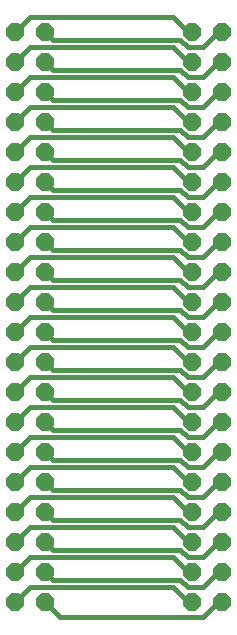
<source format=gbl>
G75*
%MOIN*%
%OFA0B0*%
%FSLAX25Y25*%
%IPPOS*%
%LPD*%
%AMOC8*
5,1,8,0,0,1.08239X$1,22.5*
%
%ADD10OC8,0.06000*%
%ADD11C,0.01600*%
D10*
X0011000Y0038500D03*
X0011000Y0048500D03*
X0011000Y0058500D03*
X0011000Y0068500D03*
X0011000Y0078500D03*
X0011000Y0088500D03*
X0011000Y0098500D03*
X0011000Y0108500D03*
X0011000Y0118500D03*
X0011000Y0128500D03*
X0011000Y0138500D03*
X0011000Y0148500D03*
X0011000Y0158500D03*
X0011000Y0168500D03*
X0011000Y0178500D03*
X0011000Y0188500D03*
X0011000Y0198500D03*
X0011000Y0208500D03*
X0011000Y0218500D03*
X0011000Y0228500D03*
X0021000Y0228500D03*
X0021000Y0218500D03*
X0021000Y0208500D03*
X0021000Y0198500D03*
X0021000Y0188500D03*
X0021000Y0178500D03*
X0021000Y0168500D03*
X0021000Y0158500D03*
X0021000Y0148500D03*
X0021000Y0138500D03*
X0021000Y0128500D03*
X0021000Y0118500D03*
X0021000Y0108500D03*
X0021000Y0098500D03*
X0021000Y0088500D03*
X0021000Y0078500D03*
X0021000Y0068500D03*
X0021000Y0058500D03*
X0021000Y0048500D03*
X0021000Y0038500D03*
X0069750Y0038500D03*
X0069750Y0048500D03*
X0069750Y0058500D03*
X0069750Y0068500D03*
X0069750Y0078500D03*
X0069750Y0088500D03*
X0069750Y0098500D03*
X0069750Y0108500D03*
X0069750Y0118500D03*
X0069750Y0128500D03*
X0069750Y0138500D03*
X0069750Y0148500D03*
X0069750Y0158500D03*
X0069750Y0168500D03*
X0069750Y0178500D03*
X0069750Y0188500D03*
X0069750Y0198500D03*
X0069750Y0208500D03*
X0069750Y0218500D03*
X0069750Y0228500D03*
X0079750Y0228500D03*
X0079750Y0218500D03*
X0079750Y0208500D03*
X0079750Y0198500D03*
X0079750Y0188500D03*
X0079750Y0178500D03*
X0079750Y0168500D03*
X0079750Y0158500D03*
X0079750Y0148500D03*
X0079750Y0138500D03*
X0079750Y0128500D03*
X0079750Y0118500D03*
X0079750Y0108500D03*
X0079750Y0098500D03*
X0079750Y0088500D03*
X0079750Y0078500D03*
X0079750Y0068500D03*
X0079750Y0058500D03*
X0079750Y0048500D03*
X0079750Y0038500D03*
D11*
X0078500Y0038500D01*
X0073500Y0033500D01*
X0026000Y0033500D01*
X0021000Y0038500D01*
X0023500Y0046000D02*
X0066000Y0046000D01*
X0068500Y0043500D01*
X0073500Y0043500D01*
X0078500Y0048500D01*
X0079750Y0048500D01*
X0073500Y0053500D02*
X0078500Y0058500D01*
X0079750Y0058500D01*
X0073500Y0063500D02*
X0078500Y0068500D01*
X0079750Y0068500D01*
X0073500Y0073500D02*
X0078500Y0078500D01*
X0079750Y0078500D01*
X0073500Y0083500D02*
X0078500Y0088500D01*
X0079750Y0088500D01*
X0073500Y0093500D02*
X0078500Y0098500D01*
X0079750Y0098500D01*
X0073500Y0103500D02*
X0078500Y0108500D01*
X0079750Y0108500D01*
X0073500Y0113500D02*
X0078500Y0118500D01*
X0079750Y0118500D01*
X0073500Y0123500D02*
X0078500Y0128500D01*
X0079750Y0128500D01*
X0073500Y0133500D02*
X0078500Y0138500D01*
X0079750Y0138500D01*
X0073500Y0143500D02*
X0078500Y0148500D01*
X0079750Y0148500D01*
X0073500Y0153500D02*
X0078500Y0158500D01*
X0079750Y0158500D01*
X0073500Y0163500D02*
X0078500Y0168500D01*
X0079750Y0168500D01*
X0073500Y0173500D02*
X0078500Y0178500D01*
X0079750Y0178500D01*
X0073500Y0183500D02*
X0078500Y0188500D01*
X0079750Y0188500D01*
X0073500Y0193500D02*
X0078500Y0198500D01*
X0079750Y0198500D01*
X0073500Y0203500D02*
X0078500Y0208500D01*
X0079750Y0208500D01*
X0073500Y0213500D02*
X0078500Y0218500D01*
X0079750Y0218500D01*
X0073500Y0223500D02*
X0078500Y0228500D01*
X0079750Y0228500D01*
X0073500Y0223500D02*
X0068500Y0223500D01*
X0066000Y0226000D01*
X0023500Y0226000D01*
X0021000Y0228500D01*
X0016000Y0223500D02*
X0063500Y0223500D01*
X0068500Y0218500D01*
X0069750Y0218500D01*
X0066000Y0216000D02*
X0068500Y0213500D01*
X0073500Y0213500D01*
X0069750Y0208500D02*
X0068500Y0208500D01*
X0063500Y0213500D01*
X0016000Y0213500D01*
X0011000Y0208500D01*
X0016000Y0203500D02*
X0011000Y0198500D01*
X0016000Y0193500D02*
X0011000Y0188500D01*
X0016000Y0183500D02*
X0011000Y0178500D01*
X0016000Y0173500D02*
X0011000Y0168500D01*
X0016000Y0163500D02*
X0011000Y0158500D01*
X0016000Y0153500D02*
X0011000Y0148500D01*
X0016000Y0143500D02*
X0011000Y0138500D01*
X0016000Y0133500D02*
X0011000Y0128500D01*
X0016000Y0123500D02*
X0011000Y0118500D01*
X0016000Y0113500D02*
X0011000Y0108500D01*
X0016000Y0103500D02*
X0011000Y0098500D01*
X0016000Y0093500D02*
X0011000Y0088500D01*
X0016000Y0083500D02*
X0011000Y0078500D01*
X0016000Y0073500D02*
X0011000Y0068500D01*
X0016000Y0063500D02*
X0011000Y0058500D01*
X0016000Y0053500D02*
X0011000Y0048500D01*
X0016000Y0043500D02*
X0011000Y0038500D01*
X0016000Y0043500D02*
X0063500Y0043500D01*
X0068500Y0038500D01*
X0069750Y0038500D01*
X0069750Y0048500D02*
X0068500Y0048500D01*
X0063500Y0053500D01*
X0016000Y0053500D01*
X0021000Y0048500D02*
X0023500Y0046000D01*
X0023500Y0056000D02*
X0066000Y0056000D01*
X0068500Y0053500D01*
X0073500Y0053500D01*
X0069750Y0058500D02*
X0068500Y0058500D01*
X0063500Y0063500D01*
X0016000Y0063500D01*
X0021000Y0058500D02*
X0023500Y0056000D01*
X0023500Y0066000D02*
X0066000Y0066000D01*
X0068500Y0063500D01*
X0073500Y0063500D01*
X0069750Y0068500D02*
X0068500Y0068500D01*
X0063500Y0073500D01*
X0016000Y0073500D01*
X0016000Y0083500D02*
X0063500Y0083500D01*
X0068500Y0078500D01*
X0069750Y0078500D01*
X0066000Y0076000D02*
X0068500Y0073500D01*
X0073500Y0073500D01*
X0073500Y0083500D02*
X0068500Y0083500D01*
X0066000Y0086000D01*
X0023500Y0086000D01*
X0021000Y0088500D01*
X0023500Y0096000D02*
X0066000Y0096000D01*
X0068500Y0093500D01*
X0073500Y0093500D01*
X0069750Y0088500D02*
X0068500Y0088500D01*
X0063500Y0093500D01*
X0016000Y0093500D01*
X0021000Y0098500D02*
X0023500Y0096000D01*
X0023500Y0106000D02*
X0066000Y0106000D01*
X0068500Y0103500D01*
X0073500Y0103500D01*
X0069750Y0098500D02*
X0068500Y0098500D01*
X0063500Y0103500D01*
X0016000Y0103500D01*
X0016000Y0113500D02*
X0063500Y0113500D01*
X0068500Y0108500D01*
X0069750Y0108500D01*
X0068500Y0113500D02*
X0073500Y0113500D01*
X0069750Y0118500D02*
X0068500Y0118500D01*
X0063500Y0123500D01*
X0016000Y0123500D01*
X0021000Y0118500D02*
X0023500Y0116000D01*
X0066000Y0116000D01*
X0068500Y0113500D01*
X0068500Y0123500D02*
X0073500Y0123500D01*
X0069750Y0128500D02*
X0068500Y0128500D01*
X0063500Y0133500D01*
X0016000Y0133500D01*
X0016000Y0143500D02*
X0063500Y0143500D01*
X0068500Y0138500D01*
X0069750Y0138500D01*
X0066000Y0136000D02*
X0068500Y0133500D01*
X0073500Y0133500D01*
X0073500Y0143500D02*
X0068500Y0143500D01*
X0066000Y0146000D01*
X0023500Y0146000D01*
X0021000Y0148500D01*
X0023500Y0156000D02*
X0066000Y0156000D01*
X0068500Y0153500D01*
X0073500Y0153500D01*
X0069750Y0148500D02*
X0068500Y0148500D01*
X0063500Y0153500D01*
X0016000Y0153500D01*
X0021000Y0158500D02*
X0023500Y0156000D01*
X0023500Y0166000D02*
X0021000Y0168500D01*
X0023500Y0166000D02*
X0066000Y0166000D01*
X0068500Y0163500D01*
X0073500Y0163500D01*
X0069750Y0158500D02*
X0068500Y0158500D01*
X0063500Y0163500D01*
X0016000Y0163500D01*
X0016000Y0173500D02*
X0063500Y0173500D01*
X0068500Y0168500D01*
X0069750Y0168500D01*
X0068500Y0173500D02*
X0073500Y0173500D01*
X0069750Y0178500D02*
X0068500Y0178500D01*
X0063500Y0183500D01*
X0016000Y0183500D01*
X0021000Y0178500D02*
X0023500Y0176000D01*
X0066000Y0176000D01*
X0068500Y0173500D01*
X0068500Y0183500D02*
X0073500Y0183500D01*
X0069750Y0188500D02*
X0068500Y0188500D01*
X0063500Y0193500D01*
X0016000Y0193500D01*
X0016000Y0203500D02*
X0063500Y0203500D01*
X0068500Y0198500D01*
X0069750Y0198500D01*
X0066000Y0196000D02*
X0068500Y0193500D01*
X0073500Y0193500D01*
X0073500Y0203500D02*
X0068500Y0203500D01*
X0066000Y0206000D01*
X0023500Y0206000D01*
X0021000Y0208500D01*
X0023500Y0216000D02*
X0066000Y0216000D01*
X0068500Y0228500D02*
X0069750Y0228500D01*
X0068500Y0228500D02*
X0063500Y0233500D01*
X0016000Y0233500D01*
X0011000Y0228500D01*
X0016000Y0223500D02*
X0011000Y0218500D01*
X0021000Y0218500D02*
X0023500Y0216000D01*
X0021000Y0198500D02*
X0023500Y0196000D01*
X0066000Y0196000D01*
X0066000Y0186000D02*
X0068500Y0183500D01*
X0066000Y0186000D02*
X0023500Y0186000D01*
X0021000Y0188500D01*
X0021000Y0138500D02*
X0023500Y0136000D01*
X0066000Y0136000D01*
X0066000Y0126000D02*
X0068500Y0123500D01*
X0066000Y0126000D02*
X0023500Y0126000D01*
X0021000Y0128500D01*
X0021000Y0108500D02*
X0023500Y0106000D01*
X0021000Y0078500D02*
X0023500Y0076000D01*
X0066000Y0076000D01*
X0023500Y0066000D02*
X0021000Y0068500D01*
M02*

</source>
